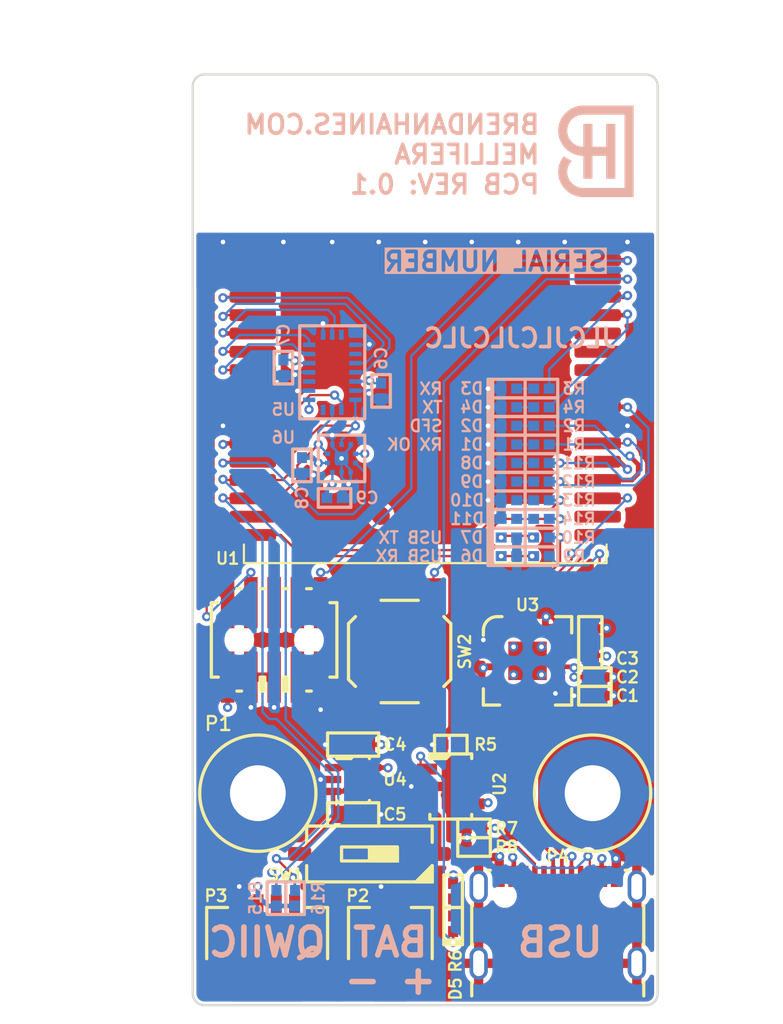
<source format=kicad_pcb>
(kicad_pcb (version 20221018) (generator pcbnew)

  (general
    (thickness 1.6)
  )

  (paper "USLetter")
  (title_block
    (title "${PROJECT_NAME}")
    (date "2022-09-27")
    (rev "${PCB_REVISION}")
    (company "Brendan Haines")
  )

  (layers
    (0 "F.Cu" signal)
    (1 "In1.Cu" signal)
    (2 "In2.Cu" signal)
    (31 "B.Cu" signal)
    (32 "B.Adhes" user "B.Adhesive")
    (33 "F.Adhes" user "F.Adhesive")
    (34 "B.Paste" user)
    (35 "F.Paste" user)
    (36 "B.SilkS" user "B.Silkscreen")
    (37 "F.SilkS" user "F.Silkscreen")
    (38 "B.Mask" user)
    (39 "F.Mask" user)
    (40 "Dwgs.User" user "User.Drawings")
    (41 "Cmts.User" user "User.Comments")
    (42 "Eco1.User" user "User.Eco1")
    (43 "Eco2.User" user "User.Eco2")
    (44 "Edge.Cuts" user)
    (45 "Margin" user)
    (46 "B.CrtYd" user "B.Courtyard")
    (47 "F.CrtYd" user "F.Courtyard")
    (48 "B.Fab" user)
    (49 "F.Fab" user)
    (50 "User.1" user)
    (51 "User.2" user)
    (52 "User.3" user)
    (53 "User.4" user)
    (54 "User.5" user)
    (55 "User.6" user)
    (56 "User.7" user)
    (57 "User.8" user)
    (58 "User.9" user)
  )

  (setup
    (stackup
      (layer "F.SilkS" (type "Top Silk Screen"))
      (layer "F.Paste" (type "Top Solder Paste"))
      (layer "F.Mask" (type "Top Solder Mask") (thickness 0.01))
      (layer "F.Cu" (type "copper") (thickness 0.035))
      (layer "dielectric 1" (type "core") (thickness 0.48) (material "FR4") (epsilon_r 4.5) (loss_tangent 0.02))
      (layer "In1.Cu" (type "copper") (thickness 0.035))
      (layer "dielectric 2" (type "prepreg") (thickness 0.48) (material "FR4") (epsilon_r 4.5) (loss_tangent 0.02))
      (layer "In2.Cu" (type "copper") (thickness 0.035))
      (layer "dielectric 3" (type "core") (thickness 0.48) (material "FR4") (epsilon_r 4.5) (loss_tangent 0.02))
      (layer "B.Cu" (type "copper") (thickness 0.035))
      (layer "B.Mask" (type "Bottom Solder Mask") (thickness 0.01))
      (layer "B.Paste" (type "Bottom Solder Paste"))
      (layer "B.SilkS" (type "Bottom Silk Screen"))
      (copper_finish "None")
      (dielectric_constraints no)
    )
    (pad_to_mask_clearance 0)
    (grid_origin 127 76.2)
    (pcbplotparams
      (layerselection 0x00010fc_ffffffff)
      (plot_on_all_layers_selection 0x0000000_00000000)
      (disableapertmacros false)
      (usegerberextensions false)
      (usegerberattributes true)
      (usegerberadvancedattributes true)
      (creategerberjobfile true)
      (dashed_line_dash_ratio 12.000000)
      (dashed_line_gap_ratio 3.000000)
      (svgprecision 4)
      (plotframeref false)
      (viasonmask false)
      (mode 1)
      (useauxorigin false)
      (hpglpennumber 1)
      (hpglpenspeed 20)
      (hpglpendiameter 15.000000)
      (dxfpolygonmode true)
      (dxfimperialunits true)
      (dxfusepcbnewfont true)
      (psnegative false)
      (psa4output false)
      (plotreference true)
      (plotvalue true)
      (plotinvisibletext false)
      (sketchpadsonfab false)
      (subtractmaskfromsilk false)
      (outputformat 1)
      (mirror false)
      (drillshape 1)
      (scaleselection 1)
      (outputdirectory "")
    )
  )

  (property "PCB_REVISION" "0.1")
  (property "PROJECT_NAME" "MELLIFERA")

  (net 0 "")
  (net 1 "Net-(D1-PadA)")
  (net 2 "GND")
  (net 3 "Net-(D2-PadA)")
  (net 4 "Net-(D3-PadA)")
  (net 5 "Net-(D4-PadA)")
  (net 6 "/SWDIO")
  (net 7 "/SWCLK")
  (net 8 "unconnected-(P1-SWO{slash}TDO)")
  (net 9 "unconnected-(P1-NC{slash}TDI)")
  (net 10 "/N_RESET")
  (net 11 "/RX_OK_LED")
  (net 12 "/SFD_LED")
  (net 13 "/RX_LED")
  (net 14 "/TX_LED")
  (net 15 "unconnected-(U1-VCCIO_TP)")
  (net 16 "unconnected-(U1-READY)")
  (net 17 "unconnected-(U1-SPIS_MISO)")
  (net 18 "unconnected-(U1-SPIS_MOSI)")
  (net 19 "unconnected-(U1-SPIS_CLK)")
  (net 20 "unconnected-(U1-SPIS_CSn)")
  (net 21 "Net-(D5-PadA)")
  (net 22 "Net-(U2-STAT)")
  (net 23 "Net-(U2-PROG)")
  (net 24 "/USB_VBUS")
  (net 25 "/VBAT")
  (net 26 "/RX")
  (net 27 "/TX")
  (net 28 "Net-(U3-CBUS1)")
  (net 29 "Net-(U3-CBUS2)")
  (net 30 "unconnected-(U3-~{CTS})")
  (net 31 "unconnected-(U3-CBUS0)")
  (net 32 "unconnected-(U3-CBUS3)")
  (net 33 "unconnected-(U3-~{RTS})")
  (net 34 "/SDA")
  (net 35 "/SCL")
  (net 36 "Net-(D8-PadA)")
  (net 37 "Net-(D9-PadA)")
  (net 38 "Net-(D10-PadA)")
  (net 39 "Net-(D11-PadA)")
  (net 40 "/LED0")
  (net 41 "/LED1")
  (net 42 "/LED2")
  (net 43 "/LED3")
  (net 44 "VDC_3V3")
  (net 45 "unconnected-(U4-NC)")
  (net 46 "Net-(SW1-B)")
  (net 47 "/FTDI/VDC_3V3_USB")
  (net 48 "/FTDI/N_LED_RX")
  (net 49 "/FTDI/N_LED_TX")
  (net 50 "/N_BUTTON")
  (net 51 "/INT5")
  (net 52 "/INT4")
  (net 53 "/INT1")
  (net 54 "unconnected-(U1-GPIO_31)")
  (net 55 "/INT3")
  (net 56 "/INT2")
  (net 57 "/INT_DRDY")
  (net 58 "/INT_BARO")
  (net 59 "/USB_D_P")
  (net 60 "/USB_D_N")
  (net 61 "unconnected-(U5-CSB2)")
  (net 62 "unconnected-(U5-NC)")
  (net 63 "unconnected-(U5-CSB1)")
  (net 64 "unconnected-(U5-NC)_1")
  (net 65 "Net-(P4-CC1)")
  (net 66 "unconnected-(P4-SBU1)")
  (net 67 "Net-(P4-CC2)")
  (net 68 "unconnected-(P4-SBU2)")

  (footprint "common:C0603" (layer "F.Cu") (at 136.017 98.552 90))

  (footprint "common:R0402" (layer "F.Cu") (at 129.667 109.728 180))

  (footprint "common:MH120X230_#4" (layer "F.Cu") (at 117.856 106.791616))

  (footprint "jst:SM02B-SRSS-TB" (layer "F.Cu") (at 125.095 117.856 90))

  (footprint "common:DWM1001C" (layer "F.Cu") (at 127 76.2))

  (footprint "common:MC-311D" (layer "F.Cu") (at 134.239 116.078))

  (footprint "common:SOT-23-5" (layer "F.Cu") (at 128.397 106.426))

  (footprint "common:C0603" (layer "F.Cu") (at 123.063 107.95))

  (footprint "common:TDA01H0SB1" (layer "F.Cu") (at 123.952 110.109 180))

  (footprint "common:R0402" (layer "F.Cu") (at 128.397 104.14 180))

  (footprint "common:QFN65P400X400X80-16P_FT230XQ" (layer "F.Cu") (at 132.588 99.568))

  (footprint "common:C0402" (layer "F.Cu") (at 136.271 100.457))

  (footprint "common:C0603" (layer "F.Cu") (at 123.063 104.14 180))

  (footprint "common:R0402" (layer "F.Cu") (at 129.667 108.712 180))

  (footprint "common:MH120X230_#4" (layer "F.Cu") (at 136.144 106.791616))

  (footprint "common:R0402" (layer "F.Cu") (at 128.524 112.141 -90))

  (footprint "common:C0402" (layer "F.Cu") (at 136.271 101.473))

  (footprint "common:LED0402" (layer "F.Cu") (at 128.524 113.919 90))

  (footprint "common:SOT-353" (layer "F.Cu") (at 123.063 106.045))

  (footprint "jst:SM04B-SRSS-TB" (layer "F.Cu") (at 118.364 117.856 90))

  (footprint "common:PinHeader_2x05_P1.27mm_Vertical-Samtec_FTSH-105-01-F-DV-K-A" (layer "F.Cu") (at 118.745 98.425 90))

  (footprint "common:SPST_SKQG" (layer "F.Cu") (at 125.603 99.06 -90))

  (footprint "common:R0402" (layer "B.Cu") (at 133.35 87.757 180))

  (footprint "common:R0402" (layer "B.Cu") (at 133.35 85.725 180))

  (footprint "common:LED0402" (layer "B.Cu") (at 131.572 88.773))

  (footprint "common:LED0402" (layer "B.Cu") (at 131.572 86.741))

  (footprint "common:C0402" (layer "B.Cu") (at 124.587 84.836 -90))

  (footprint "common:LED0402" (layer "B.Cu") (at 131.572 91.821))

  (footprint "common:LGA20-BMX055" (layer "B.Cu") (at 121.92 83.82 180))

  (footprint "common:LED0402" (layer "B.Cu") (at 131.572 90.805))

  (footprint "common:LED0402" (layer "B.Cu") (at 131.572 89.789))

  (footprint "common:R0402" (layer "B.Cu") (at 133.35 88.773 180))

  (footprint "common:LED0402" (layer "B.Cu") (at 131.572 92.837))

  (footprint "common:R0402" (layer "B.Cu") (at 133.35 91.821 180))

  (footprint "common:LED0402" (layer "B.Cu") (at 131.572 87.757))

  (footprint "common:C0402" (layer "B.Cu") (at 120.269 88.9 -90))

  (footprint "common:R0402" (layer "B.Cu") (at 133.35 90.805 180))

  (footprint "common:R0402" (layer "B.Cu") (at 133.35 84.709 180))

  (footprint "common:R0402" (layer "B.Cu") (at 133.35 93.853 180))

  (footprint "common:LED0402" (layer "B.Cu") (at 131.572 84.709))

  (footprint "common:LED0402" (layer "B.Cu") (at 131.572 93.853))

  (footprint "common:R0402" (layer "B.Cu") (at 133.35 86.741 180))

  (footprint "common:C0402" (layer "B.Cu") (at 122.047 90.678))

  (footprint "common:LED0402" (layer "B.Cu") (at 131.572 85.725))

  (footprint "common:LGA10-BMP388" (layer "B.Cu") (at 122.428 88.519))

  (footprint "common:R0402" (layer "B.Cu") (at 118.872 112.522 90))

  (footprint "common:R0402" (layer "B.Cu") (at 119.888 112.522 90))

  (footprint "common:R0402" (layer "B.Cu") (at 133.35 89.789 180))

  (footprint "common:C0402" (layer "B.Cu") (at 119.253 83.566 -90))

  (footprint "common:R0402" (layer "B.Cu") (at 133.35 92.837 180))

  (gr_poly
    (pts
      (xy 135.549666 69.261715)
      (xy 135.463666 69.26985)
      (xy 135.378356 69.28336)
      (xy 135.294061 69.302205)
      (xy 135.211106 69.3263)
      (xy 135.129835 69.35556)
      (xy 135.050561 69.389865)
      (xy 134.973595 69.42908)
      (xy 134.899246 69.47305)
      (xy 134.827796 69.521605)
      (xy 134.759546 69.57455)
      (xy 134.694755 69.631675)
      (xy 134.633675 69.692755)
      (xy 134.576551 69.757545)
      (xy 134.523606 69.825795)
      (xy 134.475051 69.897245)
      (xy 134.43108 69.971595)
      (xy 134.391865 70.04856)
      (xy 134.357561 70.127835)
      (xy 134.328301 70.209105)
      (xy 134.304205 70.29206)
      (xy 134.28536 70.376355)
      (xy 134.27185 70.461665)
      (xy 134.263715 70.547665)
      (xy 134.261 70.634)
      (xy 134.263715 70.720335)
      (xy 134.27185 70.806335)
      (xy 134.28536 70.891645)
      (xy 134.304205 70.97594)
      (xy 134.328301 71.058895)
      (xy 134.357561 71.140165)
      (xy 134.391865 71.21944)
      (xy 134.43108 71.296406)
      (xy 134.475051 71.370755)
      (xy 134.523605 71.442204)
      (xy 134.57655 71.510457)
      (xy 134.633675 71.575246)
      (xy 134.694755 71.636326)
      (xy 134.759545 71.693448)
      (xy 134.827795 71.746396)
      (xy 134.899245 71.794949)
      (xy 134.973595 71.838917)
      (xy 135.05056 71.878133)
      (xy 135.129835 71.912442)
      (xy 135.211105 71.941701)
      (xy 135.29406 71.965794)
      (xy 135.378355 71.984639)
      (xy 135.463665 71.998151)
      (xy 135.549665 72.006283)
      (xy 135.636 72.009)
      (xy 135.636 73.258999)
      (xy 136.136 73.258999)
      (xy 136.136 72.009)
      (xy 136.886 72.009)
      (xy 136.886 73.258999)
      (xy 137.386 73.258999)
      (xy 137.386 70.259)
      (xy 136.886 70.259)
      (xy 136.886 71.509)
      (xy 136.136 71.509)
      (xy 136.136 70.259)
      (xy 135.636 70.259)
      (xy 135.636 71.509)
      (xy 135.58106 71.507267)
      (xy 135.526335 71.502095)
      (xy 135.472045 71.493497)
      (xy 135.4184 71.481503)
      (xy 135.365615 71.466168)
      (xy 135.313895 71.447552)
      (xy 135.26345 71.425717)
      (xy 135.21447 71.400762)
      (xy 135.16716 71.372785)
      (xy 135.121695 71.341885)
      (xy 135.07826 71.308194)
      (xy 135.037025 71.27184)
      (xy 134.99816 71.232975)
      (xy 134.961805 71.19174)
      (xy 134.928115 71.148305)
      (xy 134.897215 71.10284)
      (xy 134.86924 71.05553)
      (xy 134.84428 71.00655)
      (xy 134.822445 70.956105)
      (xy 134.80383 70.904385)
      (xy 134.788495 70.8516)
      (xy 134.776505 70.797955)
      (xy 134.767906 70.743665)
      (xy 134.76273 70.68894)
      (xy 134.761 70.634)
      (xy 134.76273 70.57906)
      (xy 134.767906 70.524335)
      (xy 134.776505 70.470045)
      (xy 134.788495 70.4164)
      (xy 134.80383 70.363614)
      (xy 134.822445 70.311894)
      (xy 134.84428 70.26145)
      (xy 134.86924 70.21247)
      (xy 134.897215 70.16516)
      (xy 134.928115 70.119695)
      (xy 134.961805 70.07626)
      (xy 134.99816 70.035025)
      (xy 135.037025 69.99616)
      (xy 135.07826 69.959805)
      (xy 135.121695 69.926115)
      (xy 135.16716 69.895215)
      (xy 135.21447 69.86724)
      (xy 135.26345 69.84228)
      (xy 135.313895 69.820445)
      (xy 135.365615 69.80183)
      (xy 135.4184 69.786495)
      (xy 135.472045 69.774505)
      (xy 135.526335 69.765905)
      (xy 135.58106 69.76073)
      (xy 135.636 69.759)
      (xy 137.886 69.759)
      (xy 137.886 73.758999)
      (xy 135.636 73.758999)
      (xy 135.58106 73.757269)
      (xy 135.526335 73.752094)
      (xy 135.472045 73.743494)
      (xy 135.4184 73.731504)
      (xy 135.365615 73.716169)
      (xy 135.313895 73.697554)
      (xy 135.26345 73.675719)
      (xy 135.21447 73.650759)
      (xy 135.16716 73.622784)
      (xy 135.121695 73.591884)
      (xy 135.07826 73.558194)
      (xy 135.037025 73.521839)
      (xy 134.99816 73.482974)
      (xy 134.961805 73.441739)
      (xy 134.928115 73.398304)
      (xy 134.897215 73.352839)
      (xy 134.86924 73.305529)
      (xy 134.84428 73.256549)
      (xy 134.822445 73.206104)
      (xy 134.80383 73.154385)
      (xy 134.788495 73.101599)
      (xy 134.776505 73.047954)
      (xy 134.767906 72.993664)
      (xy 134.76273 72.938939)
      (xy 134.761 72.883999)
      (xy 134.76273 72.829059)
      (xy 134.767906 72.774334)
      (xy 134.776505 72.720044)
      (xy 134.788495 72.666399)
      (xy 134.80383 72.613614)
      (xy 134.822445 72.561894)
      (xy 134.84428 72.51145)
      (xy 134.86924 72.462469)
      (xy 134.897215 72.415159)
      (xy 134.928115 72.369694)
      (xy 134.961805 72.326259)
      (xy 134.99816 72.285024)
      (xy 135.01406 72.269124)
      (xy 134.99179 72.261104)
      (xy 134.89089 72.217442)
      (xy 134.792935 72.16753)
      (xy 134.69831 72.111569)
      (xy 134.60738 72.049778)
      (xy 134.56768 72.018978)
      (xy 134.523605 72.075795)
      (xy 134.475051 72.147244)
      (xy 134.43108 72.221592)
      (xy 134.391865 72.298559)
      (xy 134.35756 72.377834)
      (xy 134.3283 72.459104)
      (xy 134.304205 72.542059)
      (xy 134.28536 72.626354)
      (xy 134.27185 72.711664)
      (xy 134.263715 72.797664)
      (xy 134.261 72.883999)
      (xy 134.263715 72.970334)
      (xy 134.27185 73.056334)
      (xy 134.28536 73.141644)
      (xy 134.304205 73.225939)
      (xy 134.3283 73.308894)
      (xy 134.35756 73.390164)
      (xy 134.391865 73.469439)
      (xy 134.43108 73.546404)
      (xy 134.475051 73.620753)
      (xy 134.523605 73.692204)
      (xy 134.57655 73.760453)
      (xy 134.633675 73.825244)
      (xy 134.694755 73.886324)
      (xy 134.759545 73.943449)
      (xy 134.827795 73.996393)
      (xy 134.899245 74.044949)
      (xy 134.973595 74.088919)
      (xy 135.05056 74.128134)
      (xy 135.129835 74.162439)
      (xy 135.211105 74.191699)
      (xy 135.29406 74.215794)
      (xy 135.378355 74.234639)
      (xy 135.463665 74.248149)
      (xy 135.549665 74.256284)
      (xy 135.636 74.258999)
      (xy 138.386 74.258999)
      (xy 138.386 69.259)
      (xy 135.636 69.259)
    )

    (stroke (width 0) (type solid)) (fill solid) (layer "B.SilkS") (tstamp c88ad23d-a553-410f-960e-4250fefbfaf1))
  (gr_arc (start 139.065 67.564002) (mid 139.514012 67.749989) (end 139.7 68.199002)
    (stroke (width 0.127) (type default)) (layer "Edge.Cuts") (tstamp 224e581c-979b-42be-90fb-6b1f1eb5e485))
  (gr_line (start 114.935 118.364) (end 139.065 118.364)
    (stroke (width 0.127) (type default)) (layer "Edge.Cuts") (tstamp 23ba651f-5996-4df9-bd90-331eb143b68f))
  (gr_arc (start 114.300002 68.199) (mid 114.485989 67.749988) (end 114.935002 67.564)
    (stroke (width 0.127) (type default)) (layer "Edge.Cuts") (tstamp 6ae2cda4-626b-4dc0-9ed5-929d4a6d9d62))
  (gr_line (start 114.300002 68.199) (end 114.3 117.729)
    (stroke (width 0.127) (type default)) (layer "Edge.Cuts") (tstamp 84e57775-753c-461f-bb09-40e4453f90d8))
  (gr_line (start 139.7 117.729) (end 139.7 68.199002)
    (stroke (width 0.127) (type default)) (layer "Edge.Cuts") (tstamp 95c39530-e090-4b60-9d71-3f02e19025f7))
  (gr_line (start 139.065 67.564002) (end 114.935002 67.564)
    (stroke (width 0.127) (type default)) (layer "Edge.Cuts") (tstamp b09c5631-0619-47d6-964c-43392691bdad))
  (gr_arc (start 139.7 117.729) (mid 139.514013 118.178012) (end 139.065 118.364)
    (stroke (width 0.127) (type default)) (layer "Edge.Cuts") (tstamp b5ab5a6c-9706-40b8-a846-8b60ef2b6f31))
  (gr_arc (start 114.935 118.364) (mid 114.485988 118.178013) (end 114.3 117.729)
    (stroke (width 0.127) (type default)) (layer "Edge.Cuts") (tstamp cb822b3c-202e-42b5-a4f9-2d086f8d9a63))
  (gr_text "BRENDANHAINES.COM\n${PROJECT_NAME}\nPCB REV: ${PCB_REVISION}" (at 133.35 74.168) (layer "B.SilkS") (tstamp 17ed56e8-1c83-49c2-9ecb-863c11643b37)
    (effects (font (size 1.016 1.016) (thickness 0.2032) bold) (justify left bottom mirror))
  )
  (gr_text "RX OK" (at 128.016 88.138) (layer "B.SilkS") (tstamp 19a2f572-bbc9-4c41-90aa-52e9d8479451)
    (effects (font (size 0.635 0.635) (thickness 0.127) bold) (justify left bottom mirror))
  )
  (gr_text "JLCJLCJLCJLC" (at 137.541 82.55) (layer "B.SilkS") (tstamp 1c6b1fe9-2cfc-4faa-98ab-f28b8c8fa02f)
    (effects (font (size 1.016 1.016) (thickness 0.2032) bold) (justify left bottom mirror))
  )
  (gr_text "SFD" (at 128.016 87.122) (layer "B.SilkS") (tstamp 4718d88a-267d-45cb-ae6b-7693e8347eac)
    (effects (font (size 0.635 0.635) (thickness 0.127) bold) (justify left bottom mirror))
  )
  (gr_text "USB" (at 134.366 115.824) (layer "B.SilkS") (tstamp 4a79be4a-320a-4ffa-ae85-4a0cf9588da7)
    (effect
... [907170 chars truncated]
</source>
